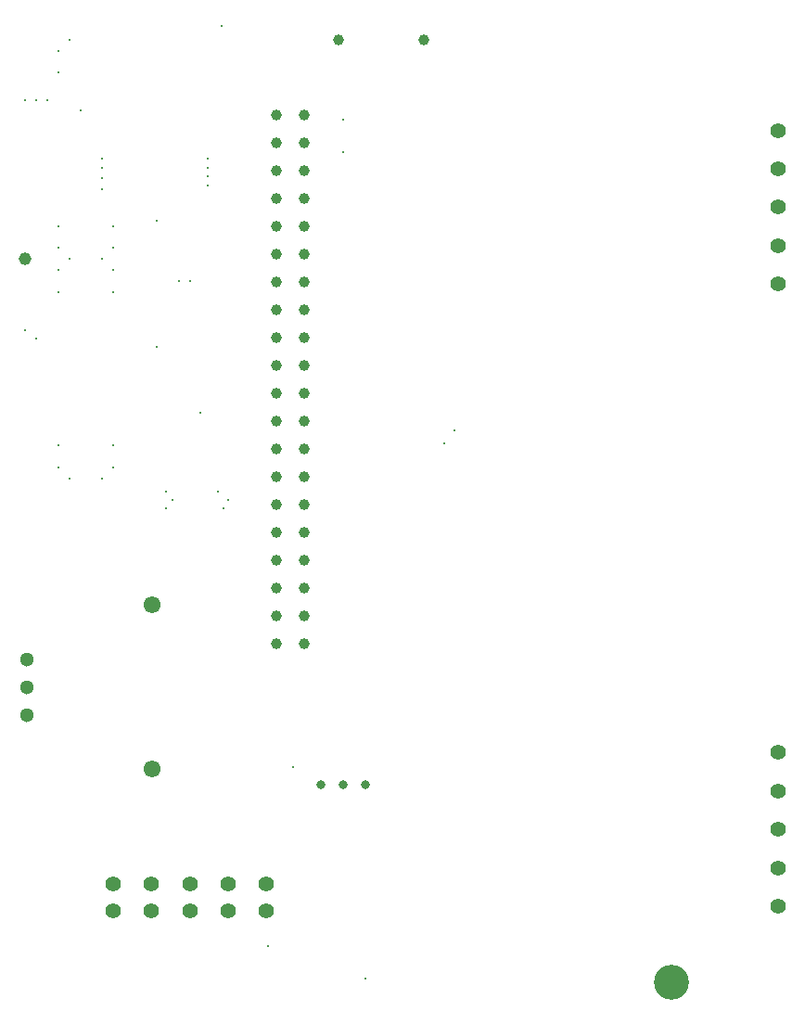
<source format=gbr>
%TF.GenerationSoftware,KiCad,Pcbnew,9.0.0*%
%TF.CreationDate,2025-03-09T08:07:50+03:00*%
%TF.ProjectId,PM_CPU-RP,504d5f43-5055-42d5-9250-2e6b69636164,rev?*%
%TF.SameCoordinates,Original*%
%TF.FileFunction,Plated,1,2,PTH,Drill*%
%TF.FilePolarity,Positive*%
%FSLAX46Y46*%
G04 Gerber Fmt 4.6, Leading zero omitted, Abs format (unit mm)*
G04 Created by KiCad (PCBNEW 9.0.0) date 2025-03-09 08:07:50*
%MOMM*%
%LPD*%
G01*
G04 APERTURE LIST*
%TA.AperFunction,ViaDrill*%
%ADD10C,0.300000*%
%TD*%
%TA.AperFunction,ComponentDrill*%
%ADD11C,0.800000*%
%TD*%
%TA.AperFunction,ComponentDrill*%
%ADD12C,1.000000*%
%TD*%
%TA.AperFunction,ComponentDrill*%
%ADD13C,1.150000*%
%TD*%
%TA.AperFunction,ComponentDrill*%
%ADD14C,1.300000*%
%TD*%
%TA.AperFunction,ComponentDrill*%
%ADD15C,1.400000*%
%TD*%
%TA.AperFunction,ComponentDrill*%
%ADD16C,1.550000*%
%TD*%
%TA.AperFunction,ComponentDrill*%
%ADD17C,3.200000*%
%TD*%
G04 APERTURE END LIST*
D10*
X-37000000Y34500000D03*
X-37000000Y13500000D03*
X-36000000Y34500000D03*
X-36000000Y12750000D03*
X-35000000Y34500000D03*
X-34000000Y39000000D03*
X-34000000Y37000000D03*
X-34000000Y23000000D03*
X-34000000Y21000000D03*
X-34000000Y19000000D03*
X-34000000Y17000000D03*
X-34000000Y3000000D03*
X-34000000Y1000000D03*
X-33000000Y40000000D03*
X-33000000Y20000000D03*
X-33000000Y0D03*
X-31969666Y33530327D03*
X-30000000Y20000000D03*
X-30000000Y0D03*
X-29972000Y29210000D03*
X-29972000Y28321000D03*
X-29972000Y27432000D03*
X-29972000Y26416000D03*
X-29000000Y23000000D03*
X-29000000Y21000000D03*
X-29000000Y19000000D03*
X-29000000Y17000000D03*
X-29000000Y3000000D03*
X-29000000Y1000000D03*
X-25000000Y23500000D03*
X-24986091Y11986091D03*
X-24200000Y-1250000D03*
X-24200000Y-2750000D03*
X-23600000Y-2000000D03*
X-23000000Y18000000D03*
X-22000000Y18000000D03*
X-21000000Y6000000D03*
X-20320000Y29159200D03*
X-20320000Y28346400D03*
X-20320000Y27533600D03*
X-20320000Y26720800D03*
X-19450000Y-1250000D03*
X-19050000Y41275000D03*
X-18950000Y-2750000D03*
X-18514000Y-2000000D03*
X-14851600Y-42732000D03*
X-12600000Y-26400000D03*
X-8000000Y32750000D03*
X-8000000Y29750000D03*
X-5940400Y-45679300D03*
X1270000Y3175000D03*
X2134700Y4362900D03*
D11*
%TO.C,J11*%
X-10000000Y-28000000D03*
X-8000000Y-28000000D03*
X-6000000Y-28000000D03*
D12*
%TO.C,D1*%
X-14130000Y33170000D03*
X-14130000Y30630000D03*
X-14130000Y28090000D03*
X-14130000Y25550000D03*
X-14130000Y23010000D03*
X-14130000Y20470000D03*
X-14130000Y17930000D03*
X-14130000Y15390000D03*
X-14130000Y12850000D03*
X-14130000Y10310000D03*
X-14130000Y7770000D03*
X-14130000Y5230000D03*
X-14130000Y2690000D03*
X-14130000Y150000D03*
X-14130000Y-2390000D03*
X-14130000Y-4930000D03*
X-14130000Y-7470000D03*
X-14130000Y-10010000D03*
X-14130000Y-12550000D03*
X-14130000Y-15090000D03*
X-11590000Y33170000D03*
X-11590000Y30630000D03*
X-11590000Y28090000D03*
X-11590000Y25550000D03*
X-11590000Y23010000D03*
X-11590000Y20470000D03*
X-11590000Y17930000D03*
X-11590000Y15390000D03*
X-11590000Y12850000D03*
X-11590000Y10310000D03*
X-11590000Y7770000D03*
X-11590000Y5230000D03*
X-11590000Y2690000D03*
X-11590000Y150000D03*
X-11590000Y-2390000D03*
X-11590000Y-4930000D03*
X-11590000Y-7470000D03*
X-11590000Y-10010000D03*
X-11590000Y-12550000D03*
X-11590000Y-15090000D03*
%TO.C,J1*%
X-8385000Y40005000D03*
X-635000Y40005000D03*
D13*
%TO.C,U2*%
X-37000000Y20000000D03*
D14*
%TO.C,J4*%
X-36830000Y-16510000D03*
X-36830000Y-19050000D03*
X-36830000Y-21590000D03*
D15*
%TO.C,J3*%
X-29000000Y-37000000D03*
X-29000000Y-39500000D03*
X-25500000Y-37000000D03*
X-25500000Y-39500000D03*
X-22000000Y-37000000D03*
X-22000000Y-39500000D03*
X-18500000Y-37000000D03*
X-18500000Y-39500000D03*
X-15000000Y-37000000D03*
X-15000000Y-39500000D03*
%TO.C,J2*%
X31750000Y31750000D03*
X31750000Y28250000D03*
X31750000Y24750000D03*
X31750000Y21250000D03*
X31750000Y17750000D03*
%TO.C,J12*%
X31750000Y-25060000D03*
X31750000Y-28560000D03*
X31750000Y-32060000D03*
X31750000Y-35560000D03*
X31750000Y-39060000D03*
D16*
%TO.C,U1*%
X-25400000Y-11550000D03*
X-25400000Y-26550000D03*
D17*
%TO.C,PE1*%
X22000000Y-46000000D03*
M02*

</source>
